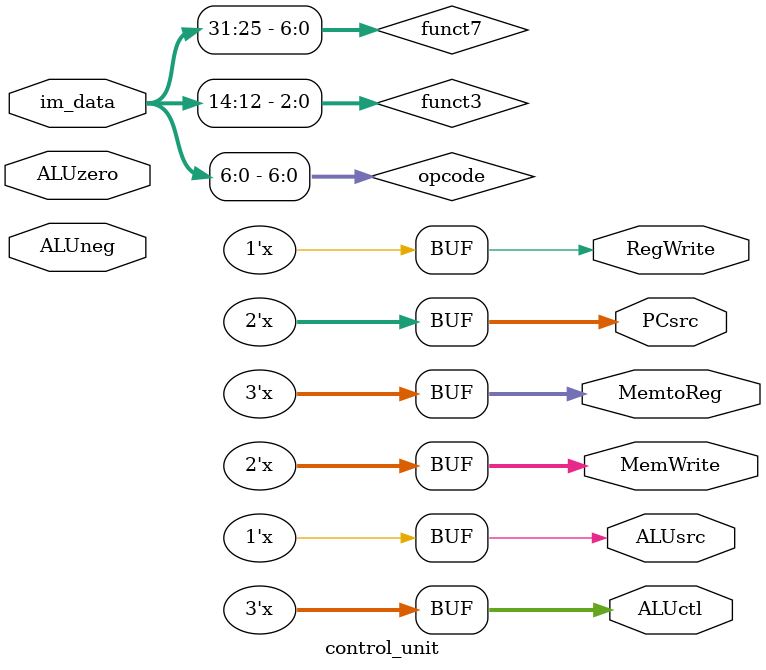
<source format=v>
module control_unit
(
  input [31:0] im_data,
  input ALUzero, ALUneg,
  output reg RegWrite, ALUsrc,
  output reg [1:0] PCsrc, MemWrite,
  output reg [2:0] ALUctl, MemtoReg
);
  
  // ALU operation codes
  localparam
    op_add  = 3'd0,
    op_and  = 3'd1,
    op_or   = 3'd2,
    op_sl   = 3'd3,
    op_sra  = 3'd4,
    op_srl  = 3'd5,
    op_sub  = 3'd6,
    op_xor  = 3'd7;
  
  // Partition instruction
  wire [6:0] opcode = im_data[6: 0];
  wire [2:0] funct3 = im_data[14:12];
  wire [6:0] funct7 = im_data[31:25];

    reg [11:0] control;

    always @* begin
        ALUsrc <= control[11];
        RegWrite <= control[10];
        MemWrite <= control[9:8];
        PCsrc <= control[7:6];
        MemtoReg <= control[5:3];
        ALUctl <= control[2:0];  
        casez ({opcode, funct3, funct7})
            17'b0110011_000_0000000: control <= 12'b0_1_00_00_000_000; //ADD

            17'b0010011_000_???????	: control <= 12'b1_1_00_00_000_000; //ADDI

            17'b0110011_000_0100000: control <= 12'b0_1_00_00_000_110; //SUB

            17'b0110011_111_0000000: control <= 12'b0_1_00_00_000_001; //AND

            17'b0010011_111_???????: control <= 12'b1_1_00_00_000_001; //ANDI

            17'b0110011_110_0000000: control <= 12'b0_1_00_00_000_010; //OR

            17'b0010011_110_???????: control <= 12'b1_1_00_00_000_010; //ORI

            17'b0110011_100_0000000: control <= 12'b0_1_00_00_000_111; //XOR

            17'b0010011_100_???????: control <= 12'b1_1_00_00_000_111; //XORI

            17'b0110011_001_0000000: control <= 12'b0_1_00_00_000_011; //SLL

            17'b0010011_001_???????: control <= 12'b1_1_00_00_000_011; //SLLI

            17'b0110011_101_0000000: control <= 12'b0_1_00_00_000_101; //SRL

            17'b0010011_101_???????: control <= 12'b1_1_00_00_000_101; //SRLI

            17'b0110011_101_0100000: control <= 12'b0_1_00_00_000_100; // SRA

            17'b0010011_101_0100000: control <= 12'b1_1_00_00_000_100; // SRAI

            17'b0110011_010_0000000: control <= 12'b0_1_00_00_111_110; // SLT
    
            17'b0010011_010_???????: control <= 12'b1_1_00_00_111_110; // SLTI
    
            17'b0000011_010_???????: control <= 12'b1_1_00_00_110_000; // LW
    
            17'b0000011_001_???????: control <= 12'b1_1_00_00_101_000; // LH
    
            17'b0000011_000_???????: control <= 12'b1_1_00_00_100_000; // LB
    
            17'b0100011_010_???????: control <= 12'b1_0_11_00_000_000; // SW
    
            17'b0100011_001_???????: control <= 12'b1_0_10_00_000_000; // SH
    
            17'b0100011_000_???????: control <= 12'b1_0_01_00_000_000; // SB
    
            17'b1100011_000_???????: control <= ALUzero ? 12'b0_0_00_01_000_110 : 12'b0_0_00_00_000_110; // BEQ

            17'b1100011_001_???????: control <= ALUzero ? 12'b0_0_00_00_000_110 : 12'b0_0_00_01_000_110; // BNE
    
            17'b1100011_101_???????: control <= (ALUzero || ~ALUneg) ? 12'b0_0_00_01_000_110 : 12'b0_0_00_01_000_110; // BGE
    
            17'b1100011_100_???????: control <= (ALUneg) ? 12'b0_0_00_01_000_110 : 12'b0_0_00_00_000_110; // BLT
    
            17'b0110111_???_???????: control <= 12'b1_1_00_00_010_000; // LUI
    
            17'b0010111_???_???????: control <= 12'b1_1_00_00_011_000; // AUIPC
    
            17'b1101111_???_???????: control <= 12'b1_1_00_01_001_000; // JAL
    
            17'b1100111_000_???????: control <= 12'b1_1_00_10_001_000; // JALR

            default: control = 0;
        endcase
    end

  // Define ALUsrc (1 bit)

  // Define RegWrite (1 bit)

  // Define MemWrite (2 bit)

  // Define PCsrc (2 bits)

  // Define MemtoReg (3 bits)

  // Define ALUctl (3 bits)

  // EBREAK return signal 
  wire brk = (im_data[6:0] == 7'b1110011) ? 1 : 0;


  // -- Guidelines
  // For each control signal above you can use 'assign', 'case', or 'casez', as you see want. Your possible inputs are: 'im_data' (broken into opcode, funct3 and funct7), ALUzero and ALUneg.
  // The last line (wire brk) serves to inform the testbench to evaluate a response. Please leave it unaltered.
endmodule
</source>
